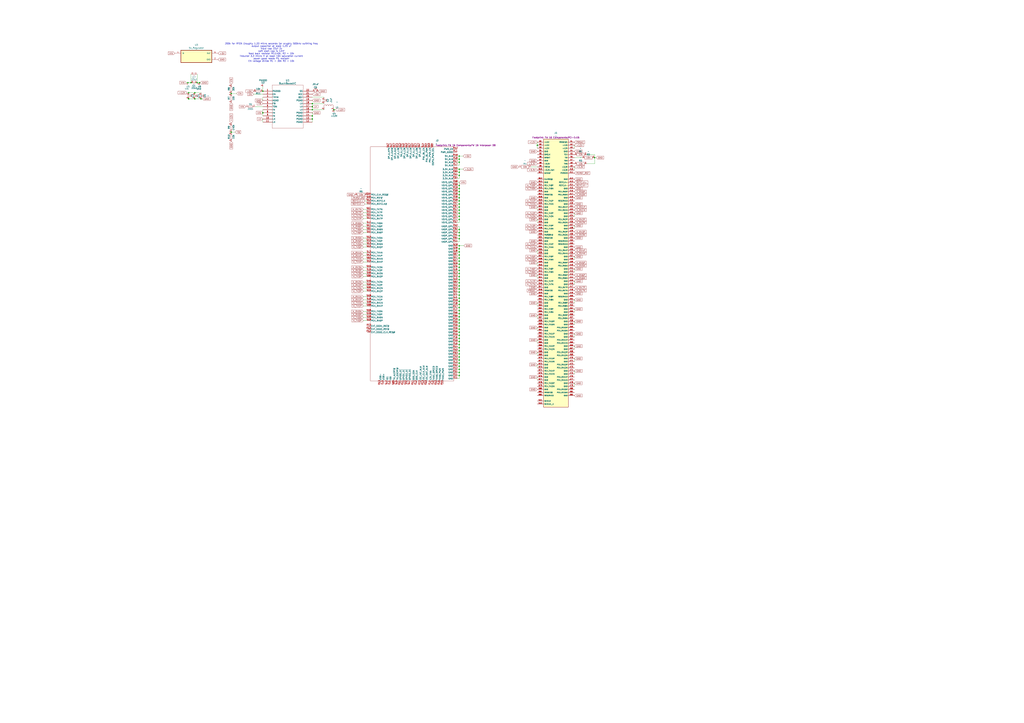
<source format=kicad_sch>
(kicad_sch (version 20231120) (generator "eeschema") (generator_version "8.0")
  (paper "A1")
  (lib_symbols
    (symbol "FW 16 Components:0603"
      (property "Reference" "R" (at 0 0 0))
      (symbol "0603_1_0"
        (pin passive line (at -3.81 1.27 0) (length 1.905) (name "") (number "1"))
        (pin passive line (at 3.81 1.27 180) (length 1.905) (name "") (number "2"))
      )
    )
    (symbol "FW 16 Components:10K"
      (property "Reference" "R" (at 0 0 0))
      (property "Footprint" "FW 16 Components:10k THT" (at 0 0 0) (show_name))
      (symbol "10K_1_0"
        (text "10k" (at 0 2.54 0) (effects (font (size 1.27 1.27))))
        (pin passive line (at -5.08 2.54 0) (length 2) (name "") (number "1"))
        (pin passive line (at 5.08 2.54 180) (length 2) (name "") (number "2"))
      )
    )
    (symbol "FW 16 Components:1210_capacitor"
      (property "Reference" "C" (at 0 0 0))
      (property "Footprint" "FW 16 Components:1210 capacitor" (at 0 0 0))
      (symbol "1210_capacitor_1_0"
        (text "1210\n" (at 0 3.81 0) (effects (font (size 0.5 0.5))))
        (pin passive line (at -2.54 1.905 0) (length 1.905) (name "") (number "1"))
        (pin passive line (at 2.54 1.905 180) (length 1.905) (name "") (number "2"))
      )
    )
    (symbol "FW 16 Components:22uf"
      (property "Reference" "C" (at 0 0 0))
      (property "Footprint" "FW 16 Components:22uf 25V" (at 0 0 0))
      (symbol "22uf_1_0"
        (pin passive line (at -2.54 1.905 0) (length 1.905) (name "") (number "1"))
        (pin passive line (at 2.54 1.905 180) (length 1.905) (name "") (number "2"))
      )
    )
    (symbol "FW 16 Components:3.3uH"
      (property "Reference" "L" (at 3.81 0 0))
      (symbol "3.3uH_1_0"
        (pin passive line (at -1.27 3.81 0) (length 1.905) (name "") (number "1"))
        (pin passive line (at -1.27 -3.81 0) (length 1.905) (name "") (number "2"))
      )
    )
    (symbol "FW 16 Components:5v_Regulator" (pin_names (offset 1.016))
      (property "Reference" "U" (at -12.7 6.08 0))
      (property "Value" "5v_Regulator" (at -12.7 -9.08 0))
      (symbol "5v_Regulator_0_0"
        (pin power_in line (at 17.78 -2.54 180) (length 5.08) (name "GND") (number "2"))
        (pin input line (at -17.78 2.54 0) (length 5.08) (name "IN") (number "4"))
        (pin output line (at 17.78 2.54 180) (length 5.08) (name "OUT") (number "5"))
      )
    )
    (symbol "FW 16 Components:AOZ2261AQI-15" (pin_names (offset 0.254))
      (property "Reference" "U" (at 20.32 10.16 0))
      (property "Value" "BuckBoostIC" (at 20.32 7.62 0))
      (symbol "AOZ2261AQI-15_0_1"
        (pin output line (at 0 0 0) (length 7.62) (name "PGOOD") (number "1"))
        (pin power_in line (at 0 -22.86 0) (length 7.62) (name "LX") (number "10"))
        (pin power_in line (at 0 -25.4 0) (length 7.62) (name "LX") (number "11"))
        (pin power_out line (at 40.64 -25.4 180) (length 7.62) (name "PGND") (number "12"))
        (pin power_out line (at 40.64 -22.86 180) (length 7.62) (name "PGND") (number "13"))
        (pin power_out line (at 40.64 -20.32 180) (length 7.62) (name "PGND") (number "14"))
        (pin power_out line (at 40.64 -17.78 180) (length 7.62) (name "PGND") (number "15"))
        (pin power_in line (at 40.64 -15.24 180) (length 7.62) (name "LX") (number "16"))
        (pin power_in line (at 40.64 -12.7 180) (length 7.62) (name "LX") (number "17"))
        (pin power_in line (at 40.64 -10.16 180) (length 7.62) (name "LX") (number "18"))
        (pin power_out line (at 40.64 -7.62 180) (length 7.62) (name "PGND") (number "19"))
        (pin input line (at 0 -2.54 0) (length 7.62) (name "EN") (number "2"))
        (pin power_in line (at 40.64 -5.08 180) (length 7.62) (name "BST") (number "20"))
        (pin power_in line (at 40.64 -2.54 180) (length 7.62) (name "VCC") (number "21"))
        (pin input line (at 40.64 0 180) (length 7.62) (name "SS") (number "22"))
        (pin input line (at 0 -5.08 0) (length 7.62) (name "*PFM") (number "3"))
        (pin power_out line (at 0 -7.62 0) (length 7.62) (name "AGND") (number "4"))
        (pin input line (at 0 -10.16 0) (length 7.62) (name "FB") (number "5"))
        (pin input line (at 0 -12.7 0) (length 7.62) (name "TON") (number "6"))
        (pin power_in line (at 0 -15.24 0) (length 7.62) (name "IN") (number "7"))
        (pin power_in line (at 0 -17.78 0) (length 7.62) (name "IN") (number "8"))
        (pin power_in line (at 0 -20.32 0) (length 7.62) (name "IN") (number "9"))
      )
    )
    (symbol "FW 16 Components:Interposer_DB_"
      (property "Reference" "J" (at 0 -1.27 0))
      (property "Footprint" "FW 16 Components:FW 16 Interposer DB" (at -28.575 1.27 90) (show_name))
      (symbol "Interposer_DB__1_1"
        (pin bidirectional line (at 36.195 123.825 180) (length 2.54) (name "VADP_GPU") (number "PA1"))
        (pin bidirectional line (at 36.195 131.445 180) (length 2.54) (name "VADP_GPU") (number "PA2"))
        (pin bidirectional line (at 36.195 29.21 180) (length 2.54) (name "GND") (number "PA3"))
        (pin bidirectional line (at 36.195 173.355 180) (length 2.54) (name "3.3V_ALW") (number "PA4"))
        (pin bidirectional line (at 36.195 178.435 180) (length 2.54) (name "3.3V_ALW") (number "PA5"))
        (pin bidirectional line (at 36.195 59.69 180) (length 2.54) (name "GND") (number "PA6"))
        (pin bidirectional line (at 36.195 149.86 180) (length 2.54) (name "VSYS_GPU") (number "PA7"))
        (pin bidirectional line (at 36.195 167.64 180) (length 2.54) (name "VSYS_GPU") (number "PA8"))
        (pin bidirectional line (at 36.195 121.285 180) (length 2.54) (name "VADP_GPU") (number "PB1"))
        (pin bidirectional line (at 36.195 128.905 180) (length 2.54) (name "VADP_GPU") (number "PB2"))
        (pin bidirectional line (at 36.195 26.67 180) (length 2.54) (name "GND") (number "PB3"))
        (pin bidirectional line (at 36.195 170.815 180) (length 2.54) (name "3.3V_ALW") (number "PB4"))
        (pin bidirectional line (at 36.195 175.895 180) (length 2.54) (name "3.3V_ALW") (number "PB5"))
        (pin bidirectional line (at 36.195 57.15 180) (length 2.54) (name "GND") (number "PB6"))
        (pin bidirectional line (at 36.195 147.32 180) (length 2.54) (name "VSYS_GPU") (number "PB7"))
        (pin bidirectional line (at 36.195 165.1 180) (length 2.54) (name "VSYS_GPU") (number "PB8"))
        (pin bidirectional line (at 36.195 118.745 180) (length 2.54) (name "VADP_GPU") (number "PC1"))
        (pin bidirectional line (at 36.195 126.365 180) (length 2.54) (name "VADP_GPU") (number "PC2"))
        (pin bidirectional line (at 8.89 1.905 90) (length 2.54) (name "I2C_CLK_ALW") (number "PC3"))
        (pin bidirectional line (at 36.195 54.61 180) (length 2.54) (name "GND") (number "PC6"))
        (pin bidirectional line (at 36.195 144.78 180) (length 2.54) (name "VSYS_GPU") (number "PC7"))
        (pin bidirectional line (at 36.195 162.56 180) (length 2.54) (name "VSYS_GPU") (number "PC8"))
        (pin bidirectional line (at 36.195 11.43 180) (length 2.54) (name "GND") (number "PD1"))
        (pin bidirectional line (at 36.195 16.51 180) (length 2.54) (name "GND") (number "PD2"))
        (pin bidirectional line (at 11.43 1.905 90) (length 2.54) (name "I2C_DAT_ALW") (number "PD3"))
        (pin bidirectional line (at 36.195 52.07 180) (length 2.54) (name "GND") (number "PD6"))
        (pin bidirectional line (at 36.195 142.24 180) (length 2.54) (name "VSYS_GPU") (number "PD7"))
        (pin bidirectional line (at 36.195 160.02 180) (length 2.54) (name "VSYS_GPU") (number "PD8"))
        (pin bidirectional line (at 36.195 8.89 180) (length 2.54) (name "GND") (number "PE1"))
        (pin bidirectional line (at 36.195 13.97 180) (length 2.54) (name "GND") (number "PE2"))
        (pin bidirectional line (at 36.195 24.13 180) (length 2.54) (name "GND") (number "PE3"))
        (pin bidirectional line (at 36.195 49.53 180) (length 2.54) (name "GND") (number "PE6"))
        (pin bidirectional line (at 36.195 139.7 180) (length 2.54) (name "VSYS_GPU") (number "PE7"))
        (pin bidirectional line (at 36.195 157.48 180) (length 2.54) (name "VSYS_GPU") (number "PE8"))
        (pin bidirectional line (at 36.195 6.35 180) (length 2.54) (name "GND") (number "PF1"))
        (pin bidirectional line (at 6.35 1.905 90) (length 2.54) (name "I2C_INT_ALW") (number "PF2"))
        (pin bidirectional line (at -37.465 49.53 0) (length 2.54) (name "EXT_SSD1_RST#") (number "PF3"))
        (pin bidirectional line (at 36.195 46.99 180) (length 2.54) (name "GND") (number "PF6"))
        (pin bidirectional line (at 36.195 137.16 180) (length 2.54) (name "VSYS_GPU") (number "PF7"))
        (pin bidirectional line (at 36.195 154.94 180) (length 2.54) (name "VSYS_GPU") (number "PF8"))
        (pin bidirectional line (at -10.16 1.905 90) (length 2.54) (name "GPIO0_EC") (number "PG1"))
        (pin bidirectional line (at -37.465 44.45 0) (length 2.54) (name "EXT_SSD2_CLK_REQ#") (number "PG2"))
        (pin bidirectional line (at -37.465 46.99 0) (length 2.54) (name "EXT_SSD2_RST#") (number "PG3"))
        (pin bidirectional line (at 36.195 44.45 180) (length 2.54) (name "GND") (number "PG6"))
        (pin bidirectional line (at 36.195 134.62 180) (length 2.54) (name "VSYS_GPU") (number "PG7"))
        (pin bidirectional line (at 36.195 152.4 180) (length 2.54) (name "VSYS_GPU") (number "PG8"))
        (pin bidirectional line (at -7.62 1.905 90) (length 2.54) (name "GPIO1_EC") (number "PH1"))
        (pin bidirectional line (at 19.685 1.905 90) (length 2.54) (name "FAN0_SPEED") (number "PH2"))
        (pin bidirectional line (at 36.195 21.59 180) (length 2.54) (name "GND") (number "PH3"))
        (pin bidirectional line (at 36.195 41.91 180) (length 2.54) (name "GND") (number "PH6"))
        (pin bidirectional line (at 36.195 64.77 180) (length 2.54) (name "GND") (number "PH7"))
        (pin bidirectional line (at 36.195 69.85 180) (length 2.54) (name "GND") (number "PH8"))
        (pin output line (at -18.415 1.905 90) (length 2.54) (name "ID0") (number "PJ1"))
        (pin bidirectional line (at 17.145 1.905 90) (length 2.54) (name "FAN1_SPEED") (number "PJ2"))
        (pin bidirectional line (at -24.13 1.905 90) (length 2.54) (name "USB+") (number "PJ3"))
        (pin bidirectional line (at 36.195 39.37 180) (length 2.54) (name "GND") (number "PJ6"))
        (pin bidirectional line (at 36.195 62.23 180) (length 2.54) (name "GND") (number "PJ7"))
        (pin bidirectional line (at 36.195 67.31 180) (length 2.54) (name "GND") (number "PJ8"))
        (pin bidirectional line (at 0.635 1.905 90) (length 2.54) (name "DDS_SDA") (number "PK1"))
        (pin bidirectional line (at 36.195 194.945 180) (length 2.54) (name "PWR_EN") (number "PK2"))
        (pin bidirectional line (at -26.67 1.905 90) (length 2.54) (name "USB-") (number "PK3"))
        (pin bidirectional line (at 36.195 31.75 180) (length 2.54) (name "GND") (number "PK4"))
        (pin bidirectional line (at 24.765 1.905 90) (length 2.54) (name "FAN1_PWM") (number "PK5"))
        (pin bidirectional line (at 36.195 36.83 180) (length 2.54) (name "GND") (number "PK6"))
        (pin bidirectional line (at 36.195 184.15 180) (length 2.54) (name "5V_ALW") (number "PK7"))
        (pin bidirectional line (at 36.195 189.23 180) (length 2.54) (name "5V_ALW") (number "PK8"))
        (pin bidirectional line (at 36.195 192.405 180) (length 2.54) (name "PWR_GOOD") (number "PL1"))
        (pin bidirectional line (at 3.175 1.905 90) (length 2.54) (name "DDS_CLK") (number "PL2"))
        (pin bidirectional line (at 36.195 19.05 180) (length 2.54) (name "GND") (number "PL3"))
        (pin bidirectional line (at 14.605 1.905 90) (length 2.54) (name "12V_FAN") (number "PL4"))
        (pin bidirectional line (at 22.225 1.905 90) (length 2.54) (name "FAN0_PWM") (number "PL5"))
        (pin bidirectional line (at 36.195 34.29 180) (length 2.54) (name "GND") (number "PL6"))
        (pin bidirectional line (at 36.195 181.61 180) (length 2.54) (name "5V_ALW") (number "PL7"))
        (pin bidirectional line (at 36.195 186.69 180) (length 2.54) (name "5V_ALW") (number "PL8"))
        (pin bidirectional line (at -37.465 126.365 0) (length 2.54) (name "PEX_RX6P") (number "SA1"))
        (pin bidirectional line (at -5.08 1.905 90) (length 2.54) (name "GPIO2_EC") (number "SA2"))
        (pin bidirectional line (at -37.465 102.235 0) (length 2.54) (name "PEX_RX4P") (number "SA3"))
        (pin bidirectional line (at -37.465 157.48 0) (length 2.54) (name "PEX_CLK_REQ#") (number "SA4"))
        (pin bidirectional line (at -37.465 154.94 0) (length 2.54) (name "PEX_RST#") (number "SA5"))
        (pin bidirectional line (at -37.465 92.71 0) (length 2.54) (name "PEX_RX3N") (number "SA6"))
        (pin bidirectional line (at -19.685 199.39 270) (length 2.54) (name "DP_A_HPD") (number "SA7"))
        (pin bidirectional line (at -37.465 68.58 0) (length 2.54) (name "PEX_RX1N") (number "SA8"))
        (pin bidirectional line (at -37.465 128.905 0) (length 2.54) (name "PEX_RX6N") (number "SB1"))
        (pin bidirectional line (at 36.195 85.09 180) (length 2.54) (name "GND") (number "SB2"))
        (pin bidirectional line (at -37.465 104.775 0) (length 2.54) (name "PEX_RX4N") (number "SB3"))
        (pin bidirectional line (at 16.51 199.39 270) (length 2.54) (name "DGPU_PWM_SEL") (number "SB4"))
        (pin bidirectional line (at -15.24 1.905 90) (length 2.54) (name "TH_ALERT#") (number "SB5"))
        (pin bidirectional line (at -37.465 90.17 0) (length 2.54) (name "PEX_RX3P") (number "SB6"))
        (pin bidirectional line (at 36.195 107.95 180) (length 2.54) (name "GND") (number "SB7"))
        (pin bidirectional line (at -37.465 66.04 0) (length 2.54) (name "PEX_RX1P") (number "SB8"))
        (pin bidirectional line (at 36.195 77.47 180) (length 2.54) (name "GND") (number "SC1"))
        (pin bidirectional line (at -37.465 152.4 0) (length 2.54) (name "PEX_REFCLK") (number "SC2"))
        (pin bidirectional line (at 36.195 92.71 180) (length 2.54) (name "GND") (number "SC3"))
        (pin bidirectional line (at 36.195 100.33 180) (length 2.54) (name "GND") (number "SC6"))
        (pin bidirectional line (at -1.905 199.39 270) (length 2.54) (name "DP_A_L1#") (number "SC7"))
        (pin bidirectional line (at 36.195 115.57 180) (length 2.54) (name "GND") (number "SC8"))
        (pin bidirectional line (at -37.465 140.335 0) (length 2.54) (name "PEX_RX7N") (number "SD1"))
        (pin bidirectional line (at -37.465 149.86 0) (length 2.54) (name "PEX_REFCLK#") (number "SD2"))
        (pin bidirectional line (at -37.465 114.3 0) (length 2.54) (name "PEX_RX5P") (number "SD3"))
        (pin bidirectional line (at -37.465 80.645 0) (length 2.54) (name "PEX_RX2N") (number "SD6"))
        (pin bidirectional line (at 0.635 199.39 270) (length 2.54) (name "DP_A_L1") (number "SD7"))
        (pin bidirectional line (at -37.465 56.515 0) (length 2.54) (name "PEX_RX0N") (number "SD8"))
        (pin bidirectional line (at -37.465 137.795 0) (length 2.54) (name "PEX_RX7P") (number "SE1"))
        (pin bidirectional line (at 36.195 82.55 180) (length 2.54) (name "GND") (number "SE2"))
        (pin bidirectional line (at -37.465 116.84 0) (length 2.54) (name "PEX_RX5N") (number "SE3"))
        (pin bidirectional line (at -37.465 78.105 0) (length 2.54) (name "PEX_RX2P") (number "SE6"))
        (pin bidirectional line (at 36.195 105.41 180) (length 2.54) (name "GND") (number "SE7"))
        (pin bidirectional line (at -37.465 53.975 0) (length 2.54) (name "PEX_RX0P") (number "SE8"))
        (pin bidirectional line (at 36.195 74.93 180) (length 2.54) (name "GND") (number "SF1"))
        (pin bidirectional line (at -12.065 199.39 270) (length 2.54) (name "DP_A_L3#") (number "SF2"))
        (pin bidirectional line (at 36.195 90.17 180) (length 2.54) (name "GND") (number "SF3"))
        (pin bidirectional line (at 36.195 97.79 180) (length 2.54) (name "GND") (number "SF6"))
        (pin bidirectional line (at 3.175 199.39 270) (length 2.54) (name "DP_A_L0#") (number "SF7"))
        (pin bidirectional line (at 36.195 113.03 180) (length 2.54) (name "GND") (number "SF8"))
        (pin bidirectional line (at -37.465 145.415 0) (length 2.54) (name "PEX_TX7N") (number "SG1"))
        (pin bidirectional line (at -9.525 199.39 270) (length 2.54) (name "DA_A_L3") (number "SG2"))
        (pin bidirectional line (at -37.465 121.92 0) (length 2.54) (name "PEX_TX5N") (number "SG3"))
        (pin bidirectional line (at -37.465 83.185 0) (length 2.54) (name "PEX_TX2P") (number "SG6"))
        (pin bidirectional line (at 5.715 199.39 270) (length 2.54) (name "DP_A_L0") (number "SG7"))
        (pin bidirectional line (at -37.465 61.595 0) (length 2.54) (name "PEX_TX0N") (number "SG8"))
        (pin bidirectional line (at -37.465 142.875 0) (length 2.54) (name "PEX_TX7P") (number "SH1"))
        (pin bidirectional line (at 36.195 80.01 180) (length 2.54) (name "GND") (number "SH2"))
        (pin bidirectional line (at -37.465 119.38 0) (length 2.54) (name "PEX_TX5P") (number "SH3"))
        (pin bidirectional line (at -37.465 85.725 0) (length 2.54) (name "PEX_TX2N") (number "SH6"))
        (pin bidirectional line (at 36.195 102.87 180) (length 2.54) (name "GND") (number "SH7"))
        (pin bidirectional line (at -37.465 59.055 0) (length 2.54) (name "PEX_TX0P") (number "SH8"))
        (pin output line (at 36.195 72.39 180) (length 2.54) (name "GND") (number "SJ1"))
        (pin bidirectional line (at -6.985 199.39 270) (length 2.54) (name "DP_A_L2#") (number "SJ2"))
        (pin bidirectional line (at 36.195 87.63 180) (length 2.54) (name "GND") (number "SJ3"))
        (pin bidirectional line (at 36.195 95.25 180) (length 2.54) (name "GND") (number "SJ6"))
        (pin bidirectional line (at -17.145 199.39 270) (length 2.54) (name "DP_A_AUX#") (number "SJ7"))
        (pin bidirectional line (at 36.195 110.49 180) (length 2.54) (name "GND") (number "SJ8"))
        (pin bidirectional line (at -37.465 131.445 0) (length 2.54) (name "PEX_TX6P") (number "SK1"))
        (pin bidirectional line (at -4.445 199.39 270) (length 2.54) (name "DP_A_L2") (number "SK2"))
        (pin bidirectional line (at -37.465 107.315 0) (length 2.54) (name "PEX_TX4P") (number "SK3"))
        (pin bidirectional line (at 11.43 199.39 270) (length 2.54) (name "PNL_BL_PWM") (number "SK4"))
        (pin bidirectional line (at 13.97 199.39 270) (length 2.54) (name "PNL_PWM_EN") (number "SK5"))
        (pin bidirectional line (at -37.465 97.79 0) (length 2.54) (name "PEX_TX3N") (number "SK6"))
        (pin bidirectional line (at -14.605 199.39 270) (length 2.54) (name "DP_A_AUX") (number "SK7"))
        (pin bidirectional line (at -37.465 73.66 0) (length 2.54) (name "PEX_TX1N") (number "SK8"))
        (pin bidirectional line (at -37.465 133.985 0) (length 2.54) (name "PEX_TX6N") (number "SL1"))
        (pin bidirectional line (at -20.955 1.905 90) (length 2.54) (name "ID1") (number "SL2"))
        (pin bidirectional line (at -37.465 109.855 0) (length 2.54) (name "PEX_TX4N") (number "SL3"))
        (pin bidirectional line (at 8.89 199.39 270) (length 2.54) (name "PNL_BL_EN") (number "SL4"))
        (pin bidirectional line (at -12.7 1.905 90) (length 2.54) (name "TH_OVERT#") (number "SL5"))
        (pin bidirectional line (at -37.465 95.25 0) (length 2.54) (name "PEX_TX3P") (number "SL6"))
        (pin bidirectional line (at -2.54 1.905 90) (length 2.54) (name "GPIO3_EC") (number "SL7"))
        (pin bidirectional line (at -37.465 71.12 0) (length 2.54) (name "PEX_TX1P") (number "SL8"))
      )
    )
    (symbol "FW 16 Components:PAD"
      (property "Reference" "U" (at 0 0 0))
      (property "Footprint" "FW 16 Components:PAD" (at 0 0 0))
      (symbol "PAD_1_0"
        (pin passive line (at 0 1.27 0) (length 2) (name "") (number "1"))
      )
    )
    (symbol "FW 16 Components:PCI-Ex16"
      (property "Reference" "J" (at 0 0 0))
      (symbol "PCI-Ex16_1_0"
        (pin passive line (at 15.875 219.71 180) (length 5.08) (name "PRNST#1") (number "A1"))
        (pin passive line (at 15.875 196.85 180) (length 5.08) (name "+3.3V") (number "A10"))
        (pin passive line (at 15.875 194.31 180) (length 5.08) (name "PERST#") (number "A11"))
        (pin passive line (at 15.875 189.23 180) (length 5.08) (name "GND") (number "A12"))
        (pin passive line (at 15.875 186.69 180) (length 5.08) (name "REFCLK+") (number "A13"))
        (pin passive line (at 15.875 184.15 180) (length 5.08) (name "REFCLK-") (number "A14"))
        (pin passive line (at 15.875 181.61 180) (length 5.08) (name "GND") (number "A15"))
        (pin passive line (at 15.875 179.07 180) (length 5.08) (name "PEX_RX0P") (number "A16"))
        (pin passive line (at 15.875 176.53 180) (length 5.08) (name "PEX_RX0N") (number "A17"))
        (pin passive line (at 15.875 173.99 180) (length 5.08) (name "GND") (number "A18"))
        (pin passive line (at 15.875 171.45 180) (length 5.08) (name "RESERVED") (number "A19"))
        (pin passive line (at 15.875 217.17 180) (length 5.08) (name "+12V") (number "A2"))
        (pin passive line (at 15.875 168.91 180) (length 5.08) (name "GND") (number "A20"))
        (pin passive line (at 15.875 166.37 180) (length 5.08) (name "PEX_RX1P") (number "A21"))
        (pin passive line (at 15.875 163.83 180) (length 5.08) (name "PEX_RX1N") (number "A22"))
        (pin passive line (at 15.875 161.29 180) (length 5.08) (name "GND") (number "A23"))
        (pin passive line (at 15.875 158.75 180) (length 5.08) (name "GND") (number "A24"))
        (pin passive line (at 15.875 156.21 180) (length 5.08) (name "PEX_RX2P") (number "A25"))
        (pin passive line (at 15.875 153.67 180) (length 5.08) (name "PEX_RX2N") (number "A26"))
        (pin passive line (at 15.875 151.13 180) (length 5.08) (name "GND") (number "A27"))
        (pin passive line (at 15.875 148.59 180) (length 5.08) (name "GND") (number "A28"))
        (pin passive line (at 15.875 146.05 180) (length 5.08) (name "PEX_RX3P") (number "A29"))
        (pin passive line (at 15.875 214.63 180) (length 5.08) (name "+12V") (number "A3"))
        (pin passive line (at 15.875 143.51 180) (length 5.08) (name "PEX_RX3N") (number "A30"))
        (pin passive line (at 15.875 140.97 180) (length 5.08) (name "GND") (number "A31"))
        (pin passive line (at 15.875 138.43 180) (length 5.08) (name "RESERVED") (number "A32"))
        (pin passive line (at 15.875 135.89 180) (length 5.08) (name "RESERVED") (number "A33"))
        (pin passive line (at 15.875 133.35 180) (length 5.08) (name "GND") (number "A34"))
        (pin passive line (at 15.875 130.81 180) (length 5.08) (name "PEX_RX4P") (number "A35"))
        (pin passive line (at 15.875 128.27 180) (length 5.08) (name "PEX_RX4N") (number "A36"))
        (pin passive line (at 15.875 125.73 180) (length 5.08) (name "GND") (number "A37"))
        (pin passive line (at 15.875 123.19 180) (length 5.08) (name "GND") (number "A38"))
        (pin passive line (at 15.875 120.65 180) (length 5.08) (name "PEX_RX5P") (number "A39"))
        (pin passive line (at 15.875 212.09 180) (length 5.08) (name "GND") (number "A4"))
        (pin passive line (at 15.875 118.11 180) (length 5.08) (name "PEX_RX5N") (number "A40"))
        (pin passive line (at 15.875 115.57 180) (length 5.08) (name "GND") (number "A41"))
        (pin passive line (at 15.875 113.03 180) (length 5.08) (name "GND") (number "A42"))
        (pin passive line (at 15.875 110.49 180) (length 5.08) (name "PEX_RX6P") (number "A43"))
        (pin passive line (at 15.875 107.95 180) (length 5.08) (name "PEX_RX6N") (number "A44"))
        (pin passive line (at 15.875 105.41 180) (length 5.08) (name "GND") (number "A45"))
        (pin passive line (at 15.875 102.87 180) (length 5.08) (name "GND") (number "A46"))
        (pin passive line (at 15.875 100.33 180) (length 5.08) (name "PEX_RX7P") (number "A47"))
        (pin passive line (at 15.875 97.79 180) (length 5.08) (name "PEX_RX7N") (number "A48"))
        (pin passive line (at 15.875 95.25 180) (length 5.08) (name "GND") (number "A49"))
        (pin passive line (at 15.875 209.55 180) (length 5.08) (name "TCK") (number "A5"))
        (pin passive line (at 15.875 92.71 180) (length 5.08) (name "RESERVED") (number "A50"))
        (pin passive line (at 15.875 90.17 180) (length 5.08) (name "GND") (number "A51"))
        (pin passive line (at 15.875 87.63 180) (length 5.08) (name "PEX_RX8P") (number "A52"))
        (pin passive line (at 15.875 85.09 180) (length 5.08) (name "PEX_RX8N") (number "A53"))
        (pin passive line (at 15.875 82.55 180) (length 5.08) (name "GND") (number "A54"))
        (pin passive line (at 15.875 80.01 180) (length 5.08) (name "GND") (number "A55"))
        (pin passive line (at 15.875 77.47 180) (length 5.08) (name "PEX_RX9P") (number "A56"))
        (pin passive line (at 15.875 74.93 180) (length 5.08) (name "PEX_RX9N") (number "A57"))
        (pin passive line (at 15.875 72.39 180) (length 5.08) (name "GND") (number "A58"))
        (pin passive line (at 15.875 69.85 180) (length 5.08) (name "GND") (number "A59"))
        (pin passive line (at 15.875 207.01 180) (length 5.08) (name "TDI") (number "A6"))
        (pin passive line (at 15.875 67.31 180) (length 5.08) (name "PEX_RX10P") (number "A60"))
        (pin passive line (at 15.875 64.77 180) (length 5.08) (name "PEX_RX10N") (number "A61"))
        (pin passive line (at 15.875 62.23 180) (length 5.08) (name "GND") (number "A62"))
        (pin passive line (at 15.875 59.69 180) (length 5.08) (name "GND") (number "A63"))
        (pin passive line (at 15.875 57.15 180) (length 5.08) (name "PEX_RX11P") (number "A64"))
        (pin passive line (at 15.875 54.61 180) (length 5.08) (name "PEX_RX11N") (number "A65"))
        (pin passive line (at 15.875 52.07 180) (length 5.08) (name "GND") (number "A66"))
        (pin passive line (at 15.875 49.53 180) (length 5.08) (name "GND") (number "A67"))
        (pin passive line (at 15.875 46.99 180) (length 5.08) (name "PEX_RX12P") (number "A68"))
        (pin passive line (at 15.875 44.45 180) (length 5.08) (name "PEX_RX12N") (number "A69"))
        (pin passive line (at 15.875 204.47 180) (length 5.08) (name "TDO") (number "A7"))
        (pin passive line (at 15.875 41.91 180) (length 5.08) (name "GND") (number "A70"))
        (pin passive line (at 15.875 39.37 180) (length 5.08) (name "GND") (number "A71"))
        (pin passive line (at 15.875 36.83 180) (length 5.08) (name "PEX_RX13P") (number "A72"))
        (pin passive line (at 15.875 34.29 180) (length 5.08) (name "PEX_RX13N") (number "A73"))
        (pin passive line (at 15.875 31.75 180) (length 5.08) (name "GND") (number "A74"))
        (pin passive line (at 15.875 29.21 180) (length 5.08) (name "GND") (number "A75"))
        (pin passive line (at 15.875 26.67 180) (length 5.08) (name "PEX_RX14P") (number "A76"))
        (pin passive line (at 15.875 24.13 180) (length 5.08) (name "PEX_RX14N") (number "A77"))
        (pin passive line (at 15.875 21.59 180) (length 5.08) (name "GND") (number "A78"))
        (pin passive line (at 15.875 19.05 180) (length 5.08) (name "GND") (number "A79"))
        (pin passive line (at 15.875 201.93 180) (length 5.08) (name "TMS") (number "A8"))
        (pin passive line (at 15.875 16.51 180) (length 5.08) (name "PEX_RX15P") (number "A80"))
        (pin passive line (at 15.875 13.97 180) (length 5.08) (name "PEX_RX15N") (number "A81"))
        (pin passive line (at 15.875 11.43 180) (length 5.08) (name "GND") (number "A82"))
        (pin passive line (at 15.875 199.39 180) (length 5.08) (name "+3.3V") (number "A9"))
        (pin passive line (at -14.605 219.71 0) (length 5.08) (name "+12V") (number "B1"))
        (pin passive line (at -14.605 196.85 0) (length 5.08) (name "+3.3V_AUX") (number "B10"))
        (pin passive line (at -14.605 194.31 0) (length 5.08) (name "WAKE#") (number "B11"))
        (pin passive line (at -14.605 189.23 0) (length 5.08) (name "CLKREQ#") (number "B12"))
        (pin passive line (at -14.605 186.69 0) (length 5.08) (name "GND") (number "B13"))
        (pin passive line (at -14.605 184.15 0) (length 5.08) (name "PEX_TX0P") (number "B14"))
        (pin passive line (at -14.605 181.61 0) (length 5.08) (name "PEX_TX0N") (number "B15"))
        (pin passive line (at -14.605 179.07 0) (length 5.08) (name "GND") (number "B16"))
        (pin passive line (at -14.605 176.53 0) (length 5.08) (name "PRSNT2#") (number "B17"))
        (pin passive line (at -14.605 173.99 0) (length 5.08) (name "GND") (number "B18"))
        (pin passive line (at -14.605 171.45 0) (length 5.08) (name "PEX_TX1P") (number "B19"))
        (pin passive line (at -14.605 217.17 0) (length 5.08) (name "+12V") (number "B2"))
        (pin passive line (at -14.605 168.91 0) (length 5.08) (name "PEX_TX1N") (number "B20"))
        (pin passive line (at -14.605 166.37 0) (length 5.08) (name "GND") (number "B21"))
        (pin passive line (at -14.605 163.83 0) (length 5.08) (name "GND") (number "B22"))
        (pin passive line (at -14.605 161.29 0) (length 5.08) (name "PEX_TX2P") (number "B23"))
        (pin passive line (at -14.605 158.75 0) (length 5.08) (name "PEX_TX2N") (number "B24"))
        (pin passive line (at -14.605 156.21 0) (length 5.08) (name "GND") (number "B25"))
        (pin passive line (at -14.605 153.67 0) (length 5.08) (name "GND") (number "B26"))
        (pin passive line (at -14.605 151.13 0) (length 5.08) (name "PEX_TX3P") (number "B27"))
        (pin passive line (at -14.605 148.59 0) (length 5.08) (name "PEX_TX3N") (number "B28"))
        (pin passive line (at -14.605 146.05 0) (length 5.08) (name "GND") (number "B29"))
        (pin passive line (at -14.605 214.63 0) (length 5.08) (name "+12V") (number "B3"))
        (pin passive line (at -14.605 143.51 0) (length 5.08) (name "PWRBRK#") (number "B30"))
        (pin passive line (at -14.605 140.97 0) (length 5.08) (name "PRSNT2#") (number "B31"))
        (pin passive line (at -14.605 138.43 0) (length 5.08) (name "GND") (number "B32"))
        (pin passive line (at -14.605 135.89 0) (length 5.08) (name "PEX_TX4P") (number "B33"))
        (pin passive line (at -14.605 133.35 0) (length 5.08) (name "PEX_TX4N") (number "B34"))
        (pin passive line (at -14.605 130.81 0) (length 5.08) (name "GND") (number "B35"))
        (pin passive line (at -14.605 128.27 0) (length 5.08) (name "GND") (number "B36"))
        (pin passive line (at -14.605 125.73 0) (length 5.08) (name "PEX_TX5P") (number "B37"))
        (pin passive line (at -14.605 123.19 0) (length 5.08) (name "PEX_TX5N") (number "B38"))
        (pin passive line (at -14.605 120.65 0) (length 5.08) (name "GND") (number "B39"))
        (pin passive line (at -14.605 212.09 0) (length 5.08) (name "GND") (number "B4"))
        (pin passive line (at -14.605 118.11 0) (length 5.08) (name "GND") (number "B40"))
        (pin passive line (at -14.605 115.57 0) (length 5.08) (name "PEX_TX6P") (number "B41"))
        (pin passive line (at -14.605 113.03 0) (length 5.08) (name "PEX_TX6N") (number "B42"))
        (pin passive line (at -14.605 110.49 0) (length 5.08) (name "GND") (number "B43"))
        (pin passive line (at -14.605 107.95 0) (length 5.08) (name "GND") (number "B44"))
        (pin passive line (at -14.605 105.41 0) (length 5.08) (name "PEX_TX7P") (number "B45"))
        (pin passive line (at -14.605 102.87 0) (length 5.08) (name "PEX_TX7N") (number "B46"))
        (pin passive line (at -14.605 100.33 0) (length 5.08) (name "GND") (number "B47"))
        (pin passive line (at -14.605 97.79 0) (length 5.08) (name "PRSNT2#") (number "B48"))
        (pin passive line (at -14.605 95.25 0) (length 5.08) (name "GND") (number "B49"))
        (pin passive line (at -14.605 209.55 0) (length 5.08) (name "SMCLK") (number "B5"))
        (pin passive line (at -14.605 92.71 0) (length 5.08) (name "PEX_TX8P") (number "B50"))
        (pin passive line (at -14.605 90.17 0) (length 5.08) (name "PEX_TX8N") (number "B51"))
        (pin passive line (at -14.605 87.63 0) (length 5.08) (name "GND") (number "B52"))
        (pin passive line (at -14.605 85.09 0) (length 5.08) (name "GND") (number "B53"))
        (pin passive line (at -14.605 82.55 0) (length 5.08) (name "PEX_TX9P") (number "B54"))
        (pin passive line (at -14.605 80.01 0) (length 5.08) (name "PEX_TX9N") (number "B55"))
        (pin passive line (at -14.605 77.47 0) (length 5.08) (name "GND") (number "B56"))
        (pin passive line (at -14.605 74.93 0) (length 5.08) (name "GND") (number "B57"))
        (pin passive line (at -14.605 72.39 0) (length 5.08) (name "PEX_TX10P") (number "B58"))
        (pin passive line (at -14.605 69.85 0) (length 5.08) (name "PEX_TX10N") (number "B59"))
        (pin passive line (at -14.605 207.01 0) (length 5.08) (name "SMDAT") (number "B6"))
        (pin passive line (at -14.605 67.31 0) (length 5.08) (name "GND") (number "B60"))
        (pin passive line (at -14.605 64.77 0) (length 5.08) (name "GND") (number "B61"))
        (pin passive line (at -14.605 62.23 0) (length 5.08) (name "PEX_TX11P") (number "B62"))
        (pin passive line (at -14.605 59.69 0) (length 5.08) (name "PEX_TX11N") (number "B63"))
        (pin passive line (at -14.605 57.15 0) (length 5.08) (name "GND") (number "B64"))
        (pin passive line (at -14.605 54.61 0) (length 5.08) (name "GND") (number "B65"))
        (pin passive line (at -14.605 52.07 0) (length 5.08) (name "PEX_TX12P") (number "B66"))
        (pin passive line (at -14.605 49.53 0) (length 5.08) (name "PEX_TX12N") (number "B67"))
        (pin passive line (at -14.605 46.99 0) (length 5.08) (name "GND") (number "B68"))
        (pin passive line (at -14.605 44.45 0) (length 5.08) (name "GND") (number "B69"))
        (pin passive line (at -14.605 204.47 0) (length 5.08) (name "GND") (number "B7"))
        (pin passive line (at -14.605 41.91 0) (length 5.08) (name "PEX_TX13P") (number "B70"))
        (pin passive line (at -14.605 39.37 0) (length 5.08) (name "PEX_TX13N") (number "B71"))
        (pin passive line (at -14.605 36.83 0) (length 5.08) (name "GND") (number "B72"))
        (pin passive line (at -14.605 34.29 0) (length 5.08) (name "GND") (number "B73"))
        (pin passive line (at -14.605 31.75 0) (length 5.08) (name "PEX_TX14P") (number "B74"))
        (pin passive line (at -14.605 29.21 0) (length 5.08) (name "PEX_TX14N") (number "B75"))
        (pin passive line (at -14.605 26.67 0) (length 5.08) (name "GND") (number "B76"))
        (pin passive line (at -14.605 24.13 0) (length 5.08) (name "GND") (number "B77"))
        (pin passive line (at -14.605 21.59 0) (length 5.08) (name "PEX_TX15P") (number "B78"))
        (pin passive line (at -14.605 19.05 0) (length 5.08) (name "PEX_TX15N") (number "B79"))
        (pin passive line (at -14.605 201.93 0) (length 5.08) (name "+3.3V") (number "B8"))
        (pin passive line (at -14.605 16.51 0) (length 5.08) (name "GND") (number "B80"))
        (pin passive line (at -14.605 13.97 0) (length 5.08) (name "PRNST2#") (number "B81"))
        (pin passive line (at -14.605 11.43 0) (length 5.08) (name "RESERVED") (number "B82"))
        (pin passive line (at -14.605 199.39 0) (length 5.08) (name "TRST#") (number "B9"))
        (pin passive line (at -14.605 6.985 0) (length 5.08) (name "SHIELD") (number "SH1"))
        (pin passive line (at -14.605 4.445 0) (length 5.08) (name "SHIELD__1") (number "SH2"))
      )
    )
  )
  (junction (at 377.19 180.34))
  (junction (at 377.19 157.48))
  (junction (at 377.19 165.1))
  (junction (at 377.19 130.81))
  (junction (at 377.19 212.09))
  (junction (at 215.9 92.71))
  (junction (at 154.94 76.2))
  (junction (at 377.19 278.13))
  (junction (at 377.19 240.03))
  (junction (at 377.19 252.73))
  (junction (at 377.19 139.065))
  (junction (at 256.54 95.25))
  (junction (at 377.19 247.65))
  (junction (at 377.19 222.25))
  (junction (at 215.9 74.93))
  (junction (at 377.19 234.95))
  (junction (at 377.19 250.19))
  (junction (at 377.19 232.41))
  (junction (at 377.19 204.47))
  (junction (at 161.925 67.945))
  (junction (at 377.19 288.29))
  (junction (at 488.315 129.54))
  (junction (at 165.1 81.28))
  (junction (at 377.19 265.43))
  (junction (at 377.19 162.56))
  (junction (at 377.19 209.55))
  (junction (at 377.19 255.27))
  (junction (at 377.19 273.05))
  (junction (at 377.19 144.145))
  (junction (at 377.19 303.53))
  (junction (at 377.19 214.63))
  (junction (at 274.32 90.17))
  (junction (at 377.19 280.67))
  (junction (at 189.865 108.585))
  (junction (at 154.94 81.28))
  (junction (at 377.19 217.17))
  (junction (at 160.02 81.28))
  (junction (at 154.305 67.945))
  (junction (at 377.19 275.59))
  (junction (at 377.19 141.605))
  (junction (at 377.19 245.11))
  (junction (at 377.19 170.18))
  (junction (at 441.325 119.38))
  (junction (at 377.19 227.33))
  (junction (at 377.19 154.94))
  (junction (at 377.19 128.27))
  (junction (at 377.19 191.135))
  (junction (at 377.19 290.83))
  (junction (at 377.19 229.87))
  (junction (at 377.19 201.93))
  (junction (at 377.19 262.89))
  (junction (at 377.19 298.45))
  (junction (at 377.19 196.215))
  (junction (at 377.19 219.71))
  (junction (at 377.19 237.49))
  (junction (at 377.19 160.02))
  (junction (at 256.54 85.09))
  (junction (at 377.19 257.81))
  (junction (at 156.845 67.945))
  (junction (at 256.54 90.17))
  (junction (at 377.19 175.26))
  (junction (at 377.19 224.79))
  (junction (at 377.19 293.37))
  (junction (at 377.19 285.75))
  (junction (at 377.19 270.51))
  (junction (at 377.19 242.57))
  (junction (at 377.19 193.675))
  (junction (at 377.19 207.01))
  (junction (at 377.19 308.61))
  (junction (at 377.19 283.21))
  (junction (at 377.19 133.35))
  (junction (at 377.19 152.4))
  (junction (at 377.19 267.97))
  (junction (at 377.19 300.99))
  (junction (at 256.54 97.79))
  (junction (at 377.19 260.35))
  (junction (at 160.02 76.2))
  (junction (at 377.19 172.72))
  (junction (at 377.19 167.64))
  (junction (at 377.19 295.91))
  (junction (at 377.19 188.595))
  (junction (at 189.865 76.835))
  (junction (at 256.54 87.63))
  (junction (at 377.19 177.8))
  (junction (at 377.19 306.07))
  (junction (at 163.83 67.945))
  (wire (pts (xy 471.805 185.42) (xy 471.805 187.96)))
  (wire (pts (xy 377.19 201.93) (xy 377.19 204.47)))
  (wire (pts (xy 377.19 242.57) (xy 377.19 245.11)))
  (wire (pts (xy 298.45 195.58) (xy 301.625 195.58)))
  (wire (pts (xy 377.19 193.675) (xy 377.19 196.215)))
  (wire (pts (xy 471.805 231.14) (xy 471.805 233.68)))
  (wire (pts (xy 375.285 303.53) (xy 377.19 303.53)))
  (wire (pts (xy 377.19 154.94) (xy 377.19 157.48)))
  (wire (pts (xy 375.285 293.37) (xy 377.19 293.37)))
  (wire (pts (xy 375.285 227.33) (xy 377.19 227.33)))
  (wire (pts (xy 377.19 160.02) (xy 377.19 162.56)))
  (wire (pts (xy 375.285 207.01) (xy 377.19 207.01)))
  (wire (pts (xy 375.285 265.43) (xy 377.19 265.43)))
  (wire (pts (xy 375.285 267.97) (xy 377.19 267.97)))
  (wire (pts (xy 377.19 130.81) (xy 377.19 133.35)))
  (wire (pts (xy 208.28 77.47) (xy 215.9 77.47)))
  (wire (pts (xy 375.285 154.94) (xy 377.19 154.94)))
  (wire (pts (xy 377.19 306.07) (xy 377.19 308.61)))
  (wire (pts (xy 377.19 247.65) (xy 377.19 250.19)))
  (wire (pts (xy 481.965 127) (xy 488.315 127)))
  (wire (pts (xy 377.19 280.67) (xy 377.19 283.21)))
  (wire (pts (xy 298.45 172.085) (xy 301.625 172.085)))
  (wire (pts (xy 154.305 67.945) (xy 156.845 67.945)))
  (wire (pts (xy 298.45 177.165) (xy 301.625 177.165)))
  (wire (pts (xy 298.45 236.855) (xy 301.625 236.855)))
  (wire (pts (xy 256.54 97.79) (xy 256.54 100.33)))
  (wire (pts (xy 298.45 239.395) (xy 301.625 239.395)))
  (wire (pts (xy 471.805 129.54) (xy 478.155 129.54)))
  (wire (pts (xy 299.72 165.1) (xy 301.625 165.1)))
  (wire (pts (xy 215.9 97.79) (xy 215.9 100.33)))
  (wire (pts (xy 377.19 214.63) (xy 377.19 217.17)))
  (wire (pts (xy 375.285 234.95) (xy 377.19 234.95)))
  (wire (pts (xy 375.285 167.64) (xy 377.19 167.64)))
  (wire (pts (xy 377.19 300.99) (xy 377.19 303.53)))
  (wire (pts (xy 377.19 245.11) (xy 377.19 247.65)))
  (wire (pts (xy 377.19 295.91) (xy 377.19 298.45)))
  (wire (pts (xy 377.19 275.59) (xy 377.19 278.13)))
  (wire (pts (xy 298.45 224.79) (xy 301.625 224.79)))
  (wire (pts (xy 375.285 280.67) (xy 377.19 280.67)))
  (wire (pts (xy 377.19 229.87) (xy 377.19 232.41)))
  (wire (pts (xy 481.965 134.62) (xy 488.315 134.62)))
  (wire (pts (xy 377.19 139.065) (xy 377.19 141.605)))
  (wire (pts (xy 375.285 285.75) (xy 377.19 285.75)))
  (wire (pts (xy 471.805 294.64) (xy 471.805 297.18)))
  (wire (pts (xy 377.19 177.8) (xy 377.19 180.34)))
  (wire (pts (xy 298.45 234.315) (xy 301.625 234.315)))
  (wire (pts (xy 375.285 188.595) (xy 377.19 188.595)))
  (wire (pts (xy 375.285 255.27) (xy 377.19 255.27)))
  (wire (pts (xy 375.285 130.81) (xy 377.19 130.81)))
  (wire (pts (xy 375.285 229.87) (xy 377.19 229.87)))
  (wire (pts (xy 375.285 295.91) (xy 377.19 295.91)))
  (wire (pts (xy 375.285 149.86) (xy 377.19 149.86)))
  (wire (pts (xy 377.19 283.21) (xy 377.19 285.75)))
  (wire (pts (xy 273.685 90.17) (xy 274.32 90.17)))
  (wire (pts (xy 375.285 201.93) (xy 377.19 201.93)))
  (wire (pts (xy 377.19 175.26) (xy 377.19 177.8)))
  (wire (pts (xy 298.45 222.25) (xy 301.625 222.25)))
  (wire (pts (xy 377.19 240.03) (xy 377.19 242.57)))
  (wire (pts (xy 298.45 246.38) (xy 301.625 246.38)))
  (wire (pts (xy 441.325 309.88) (xy 441.325 312.42)))
  (wire (pts (xy 215.9 92.71) (xy 215.9 95.25)))
  (wire (pts (xy 489.585 129.54) (xy 488.315 129.54)))
  (wire (pts (xy 441.325 299.72) (xy 441.325 302.26)))
  (wire (pts (xy 377.19 196.215) (xy 377.19 198.755)))
  (wire (pts (xy 154.305 81.28) (xy 154.94 81.28)))
  (wire (pts (xy 471.805 304.8) (xy 471.805 307.34)))
  (wire (pts (xy 375.285 157.48) (xy 377.19 157.48)))
  (wire (pts (xy 256.54 80.01) (xy 266.065 80.01)))
  (wire (pts (xy 153.035 67.945) (xy 154.305 67.945)))
  (wire (pts (xy 298.45 231.775) (xy 301.625 231.775)))
  (wire (pts (xy 377.19 273.05) (xy 377.19 275.59)))
  (wire (pts (xy 298.45 219.71) (xy 301.625 219.71)))
  (wire (pts (xy 441.325 226.06) (xy 441.325 228.6)))
  (wire (pts (xy 375.285 180.34) (xy 377.19 180.34)))
  (wire (pts (xy 441.325 180.34) (xy 441.325 182.88)))
  (wire (pts (xy 377.19 144.145) (xy 377.19 146.685)))
  (wire (pts (xy 375.285 260.35) (xy 377.19 260.35)))
  (wire (pts (xy 377.19 262.89) (xy 377.19 265.43)))
  (wire (pts (xy 163.83 67.945) (xy 164.465 67.945)))
  (wire (pts (xy 215.9 80.01) (xy 215.9 82.55)))
  (wire (pts (xy 256.54 85.09) (xy 266.065 85.09)))
  (wire (pts (xy 298.45 260.985) (xy 301.625 260.985)))
  (wire (pts (xy 256.54 87.63) (xy 256.54 90.17)))
  (wire (pts (xy 377.19 298.45) (xy 377.19 300.99)))
  (wire (pts (xy 298.45 203.2) (xy 301.625 203.2)))
  (wire (pts (xy 375.285 283.21) (xy 377.19 283.21)))
  (wire (pts (xy 377.19 252.73) (xy 377.19 255.27)))
  (wire (pts (xy 154.305 80.645) (xy 154.305 81.28)))
  (wire (pts (xy 375.285 212.09) (xy 377.19 212.09)))
  (wire (pts (xy 375.285 133.35) (xy 377.19 133.35)))
  (wire (pts (xy 471.805 246.38) (xy 471.805 248.92)))
  (wire (pts (xy 375.285 217.17) (xy 377.19 217.17)))
  (wire (pts (xy 298.45 174.625) (xy 301.625 174.625)))
  (wire (pts (xy 298.45 227.33) (xy 301.625 227.33)))
  (wire (pts (xy 256.54 90.17) (xy 266.065 90.17)))
  (wire (pts (xy 215.9 71.12) (xy 215.9 74.93)))
  (wire (pts (xy 375.285 196.215) (xy 377.19 196.215)))
  (wire (pts (xy 298.45 198.12) (xy 301.625 198.12)))
  (wire (pts (xy 256.54 95.25) (xy 256.54 97.79)))
  (wire (pts (xy 375.285 170.18) (xy 377.19 170.18)))
  (wire (pts (xy 256.54 92.71) (xy 256.54 95.25)))
  (wire (pts (xy 375.285 214.63) (xy 377.19 214.63)))
  (wire (pts (xy 375.285 306.07) (xy 377.19 306.07)))
  (wire (pts (xy 377.19 278.13) (xy 377.19 280.67)))
  (wire (pts (xy 375.285 224.79) (xy 377.19 224.79)))
  (wire (pts (xy 377.19 149.86) (xy 377.19 152.4)))
  (wire (pts (xy 488.315 127) (xy 488.315 129.54)))
  (wire (pts (xy 375.285 288.29) (xy 377.19 288.29)))
  (wire (pts (xy 375.285 209.55) (xy 377.19 209.55)))
  (wire (pts (xy 377.19 265.43) (xy 377.19 267.97)))
  (wire (pts (xy 441.325 205.74) (xy 441.325 208.28)))
  (wire (pts (xy 189.865 108.585) (xy 193.04 108.585)))
  (wire (pts (xy 377.19 255.27) (xy 377.19 257.81)))
  (wire (pts (xy 377.19 152.4) (xy 377.19 154.94)))
  (wire (pts (xy 375.285 175.26) (xy 377.19 175.26)))
  (wire (pts (xy 375.285 177.8) (xy 377.19 177.8)))
  (wire (pts (xy 471.805 220.98) (xy 471.805 223.52)))
  (wire (pts (xy 274.32 90.17) (xy 275.59 90.17)))
  (wire (pts (xy 375.285 232.41) (xy 377.19 232.41)))
  (wire (pts (xy 375.285 278.13) (xy 377.19 278.13)))
  (wire (pts (xy 298.45 179.705) (xy 301.625 179.705)))
  (wire (pts (xy 377.19 260.35) (xy 377.19 262.89)))
  (wire (pts (xy 256.54 85.09) (xy 256.54 87.63)))
  (wire (pts (xy 375.285 139.065) (xy 377.19 139.065)))
  (wire (pts (xy 298.45 200.66) (xy 301.625 200.66)))
  (wire (pts (xy 375.285 198.755) (xy 377.19 198.755)))
  (wire (pts (xy 154.305 80.645) (xy 154.94 80.645)))
  (wire (pts (xy 377.19 182.88) (xy 375.285 182.88)))
  (wire (pts (xy 298.45 215.265) (xy 301.625 215.265)))
  (wire (pts (xy 375.285 298.45) (xy 377.19 298.45)))
  (wire (pts (xy 377.19 201.93) (xy 381 201.93)))
  (wire (pts (xy 298.45 212.725) (xy 301.625 212.725)))
  (wire (pts (xy 471.805 284.48) (xy 471.805 287.02)))
  (wire (pts (xy 377.19 207.01) (xy 377.19 209.55)))
  (wire (pts (xy 375.285 191.135) (xy 377.19 191.135)))
  (wire (pts (xy 375.285 162.56) (xy 377.19 162.56)))
  (wire (pts (xy 377.19 288.29) (xy 377.19 290.83)))
  (wire (pts (xy 160.02 76.2) (xy 165.1 76.2)))
  (wire (pts (xy 441.325 269.24) (xy 441.325 271.78)))
  (wire (pts (xy 441.325 248.92) (xy 441.325 251.46)))
  (wire (pts (xy 441.325 289.56) (xy 441.325 292.1)))
  (wire (pts (xy 488.315 129.54) (xy 488.315 134.62)))
  (wire (pts (xy 298.45 210.185) (xy 301.625 210.185)))
  (wire (pts (xy 377.19 250.19) (xy 377.19 252.73)))
  (wire (pts (xy 161.925 60.96) (xy 161.925 67.945)))
  (wire (pts (xy 377.19 209.55) (xy 377.19 212.09)))
  (wire (pts (xy 377.19 217.17) (xy 377.19 219.71)))
  (wire (pts (xy 375.285 300.99) (xy 377.19 300.99)))
  (wire (pts (xy 375.285 247.65) (xy 377.19 247.65)))
  (wire (pts (xy 377.19 204.47) (xy 377.19 207.01)))
  (wire (pts (xy 298.45 258.445) (xy 301.625 258.445)))
  (wire (pts (xy 471.805 314.96) (xy 471.805 317.5)))
  (wire (pts (xy 441.325 215.9) (xy 441.325 218.44)))
  (wire (pts (xy 377.19 290.83) (xy 377.19 293.37)))
  (wire (pts (xy 375.285 237.49) (xy 377.19 237.49)))
  (wire (pts (xy 377.19 303.53) (xy 377.19 306.07)))
  (wire (pts (xy 299.72 167.64) (xy 301.625 167.64)))
  (wire (pts (xy 377.19 133.35) (xy 377.19 135.89)))
  (wire (pts (xy 375.285 290.83) (xy 377.19 290.83)))
  (wire (pts (xy 298.45 186.055) (xy 301.625 186.055)))
  (wire (pts (xy 377.19 165.1) (xy 377.19 167.64)))
  (wire (pts (xy 377.19 191.135) (xy 377.19 193.675)))
  (wire (pts (xy 375.285 273.05) (xy 377.19 273.05)))
  (wire (pts (xy 375.285 135.89) (xy 377.19 135.89)))
  (wire (pts (xy 298.45 263.525) (xy 301.625 263.525)))
  (wire (pts (xy 471.805 254) (xy 471.805 256.54)))
  (wire (pts (xy 471.805 274.32) (xy 471.805 276.86)))
  (wire (pts (xy 377.19 167.64) (xy 377.19 170.18)))
  (wire (pts (xy 375.285 245.11) (xy 377.19 245.11)))
  (wire (pts (xy 377.19 162.56) (xy 377.19 165.1)))
  (wire (pts (xy 375.285 270.51) (xy 377.19 270.51)))
  (wire (pts (xy 298.45 183.515) (xy 301.625 183.515)))
  (wire (pts (xy 153.67 76.2) (xy 154.94 76.2)))
  (wire (pts (xy 375.285 160.02) (xy 377.19 160.02)))
  (wire (pts (xy 441.325 170.18) (xy 441.325 172.72)))
  (wire (pts (xy 298.45 207.645) (xy 301.625 207.645)))
  (wire (pts (xy 377.19 227.33) (xy 377.19 229.87)))
  (wire (pts (xy 298.45 191.135) (xy 301.625 191.135)))
  (wire (pts (xy 375.285 250.19) (xy 377.19 250.19)))
  (wire (pts (xy 166.37 81.28) (xy 165.1 81.28)))
  (wire (pts (xy 298.45 255.905) (xy 301.625 255.905)))
  (wire (pts (xy 165.1 81.28) (xy 160.02 81.28)))
  (wire (pts (xy 375.285 275.59) (xy 377.19 275.59)))
  (wire (pts (xy 377.19 293.37) (xy 377.19 295.91)))
  (wire (pts (xy 375.285 262.89) (xy 377.19 262.89)))
  (wire (pts (xy 375.285 252.73) (xy 377.19 252.73)))
  (wire (pts (xy 377.19 311.15) (xy 375.285 311.15)))
  (wire (pts (xy 377.19 224.79) (xy 377.19 227.33)))
  (wire (pts (xy 377.19 141.605) (xy 377.19 144.145)))
  (wire (pts (xy 189.865 76.835) (xy 194.31 76.835)))
  (wire (pts (xy 375.285 186.055) (xy 377.19 186.055)))
  (wire (pts (xy 377.19 219.71) (xy 377.19 222.25)))
  (wire (pts (xy 377.19 237.49) (xy 377.19 240.03)))
  (wire (pts (xy 377.19 267.97) (xy 377.19 270.51)))
  (wire (pts (xy 375.285 165.1) (xy 377.19 165.1)))
  (wire (pts (xy 471.805 210.82) (xy 471.805 213.36)))
  (wire (pts (xy 375.285 152.4) (xy 377.19 152.4)))
  (wire (pts (xy 377.19 234.95) (xy 377.19 237.49)))
  (wire (pts (xy 375.285 128.27) (xy 377.19 128.27)))
  (wire (pts (xy 471.805 137.16) (xy 471.805 139.7)))
  (wire (pts (xy 377.19 212.09) (xy 377.19 214.63)))
  (wire (pts (xy 375.285 146.685) (xy 377.19 146.685)))
  (wire (pts (xy 375.285 144.145) (xy 377.19 144.145)))
  (wire (pts (xy 375.285 257.81) (xy 377.19 257.81)))
  (wire (pts (xy 441.325 259.08) (xy 441.325 261.62)))
  (wire (pts (xy 298.45 251.46) (xy 301.625 251.46)))
  (wire (pts (xy 471.805 119.38) (xy 471.805 121.92)))
  (wire (pts (xy 377.19 222.25) (xy 377.19 224.79)))
  (wire (pts (xy 298.45 243.84) (xy 301.625 243.84)))
  (wire (pts (xy 377.19 139.065) (xy 380.365 139.065)))
  (wire (pts (xy 161.925 67.945) (xy 163.83 67.945)))
  (wire (pts (xy 375.285 242.57) (xy 377.19 242.57)))
  (wire (pts (xy 298.45 188.595) (xy 301.625 188.595)))
  (wire (pts (xy 154.94 80.645) (xy 154.94 81.28)))
  (wire (pts (xy 215.9 90.17) (xy 215.9 92.71)))
  (wire (pts (xy 377.19 157.48) (xy 377.19 160.02)))
  (wire (pts (xy 471.805 175.26) (xy 471.805 177.8)))
  (wire (pts (xy 436.245 137.16) (xy 441.325 137.16)))
  (wire (pts (xy 375.285 193.675) (xy 377.19 193.675)))
  (wire (pts (xy 377.19 172.72) (xy 377.19 175.26)))
  (wire (pts (xy 375.285 222.25) (xy 377.19 222.25)))
  (wire (pts (xy 154.94 81.28) (xy 160.02 81.28)))
  (wire (pts (xy 377.19 128.27) (xy 380.365 128.27)))
  (wire (pts (xy 377.19 186.055) (xy 377.19 188.595)))
  (wire (pts (xy 377.19 308.61) (xy 377.19 311.15)))
  (wire (pts (xy 471.805 264.16) (xy 471.805 266.7)))
  (wire (pts (xy 209.55 87.63) (xy 215.9 87.63)))
  (wire (pts (xy 377.19 188.595) (xy 377.19 191.135)))
  (wire (pts (xy 441.325 279.4) (xy 441.325 281.94)))
  (wire (pts (xy 377.19 232.41) (xy 377.19 234.95)))
  (wire (pts (xy 377.19 170.18) (xy 377.19 172.72)))
  (wire (pts (xy 375.285 141.605) (xy 377.19 141.605)))
  (wire (pts (xy 377.19 285.75) (xy 377.19 288.29)))
  (wire (pts (xy 375.285 240.03) (xy 377.19 240.03)))
  (wire (pts (xy 375.285 219.71) (xy 377.19 219.71)))
  (wire (pts (xy 154.94 76.2) (xy 160.02 76.2)))
  (wire (pts (xy 156.845 60.96) (xy 156.845 67.945)))
  (wire (pts (xy 375.285 172.72) (xy 377.19 172.72)))
  (wire (pts (xy 377.19 128.27) (xy 377.19 130.81)))
  (wire (pts (xy 298.45 248.92) (xy 301.625 248.92)))
  (wire (pts (xy 377.19 270.51) (xy 377.19 273.05)))
  (wire (pts (xy 375.285 204.47) (xy 377.19 204.47)))
  (wire (pts (xy 375.285 308.61) (xy 377.19 308.61)))
  (wire (pts (xy 441.325 119.38) (xy 441.325 121.92)))
  (wire (pts (xy 377.19 257.81) (xy 377.19 260.35)))
  (wire (pts (xy 377.19 180.34) (xy 377.19 182.88)))
  (wire (pts (xy 441.325 116.84) (xy 441.325 119.38)))
  (text "200k for RTON (roughly 1.33 micro seconds (or orughly 500khz swithing freq\noutput capacitor at least 1.25 uf\ninput cap 22uf 2x\nsoft start cap is 12nf\nfeed back resistor R1:140k, R2 = 10k\ninductor 3.3 micro H at least 10A saturation current\npower good needs PU resisotr\nEN voltage divide R1 = 30k R2 = 10k" (at 222.885 43.18 0) (effects (font (size 1.27 1.27))))
  (global_label "H_RX6N" (shape input) (at 298.45 183.515 180) (property "Intersheetrefs" "${INTERSHEET_REFS}" (effects (hide yes))))
  (global_label "GND" (shape input) (at 441.325 320.04 180) (property "Intersheetrefs" "${INTERSHEET_REFS}" (effects (hide yes))))
  (global_label "H_RX3N" (shape input) (at 298.45 219.71 180) (property "Intersheetrefs" "${INTERSHEET_REFS}" (effects (hide yes))))
  (global_label "+5V" (shape input) (at 208.28 74.93 180) (property "Intersheetrefs" "${INTERSHEET_REFS}" (effects (hide yes))))
  (global_label "GND" (shape input) (at 471.805 124.46 0) (property "Intersheetrefs" "${INTERSHEET_REFS}" (effects (hide yes))))
  (global_label "H_RX7N" (shape input) (at 298.45 172.085 180) (property "Intersheetrefs" "${INTERSHEET_REFS}" (effects (hide yes))))
  (global_label "H_TX3P" (shape input) (at 298.45 227.33 180) (property "Intersheetrefs" "${INTERSHEET_REFS}" (effects (hide yes))))
  (global_label "H_TX2N" (shape input) (at 441.325 177.8 180) (property "Intersheetrefs" "${INTERSHEET_REFS}" (effects (hide yes))))
  (global_label "H_RX2N" (shape input) (at 298.45 231.775 180) (property "Intersheetrefs" "${INTERSHEET_REFS}" (effects (hide yes))))
  (global_label "GND" (shape input) (at 471.805 294.64 0) (property "Intersheetrefs" "${INTERSHEET_REFS}" (effects (hide yes))))
  (global_label "H_RX3P" (shape input) (at 471.805 190.5 0) (property "Intersheetrefs" "${INTERSHEET_REFS}" (effects (hide yes))))
  (global_label "PERST_RST" (shape input) (at 471.805 142.24 0) (property "Intersheetrefs" "${INTERSHEET_REFS}" (effects (hide yes))))
  (global_label "GND" (shape input) (at 471.805 254 0) (property "Intersheetrefs" "${INTERSHEET_REFS}" (effects (hide yes))))
  (global_label "GND" (shape input) (at 471.805 314.96 0) (property "Intersheetrefs" "${INTERSHEET_REFS}" (effects (hide yes))))
  (global_label "H_RX4N" (shape input) (at 471.805 208.28 0) (property "Intersheetrefs" "${INTERSHEET_REFS}" (effects (hide yes))))
  (global_label "+3.3V" (shape input) (at 471.805 137.16 0) (property "Intersheetrefs" "${INTERSHEET_REFS}" (effects (hide yes))))
  (global_label "GND" (shape input) (at 189.865 84.455 270) (property "Intersheetrefs" "${INTERSHEET_REFS}" (effects (hide yes))))
  (global_label "VIN" (shape input) (at 189.865 69.215 90) (property "Intersheetrefs" "${INTERSHEET_REFS}" (effects (hide yes))))
  (global_label "H_RX6N" (shape input) (at 471.805 228.6 0) (property "Intersheetrefs" "${INTERSHEET_REFS}" (effects (hide yes))))
  (global_label "+12V" (shape input) (at 275.59 90.17 0) (property "Intersheetrefs" "${INTERSHEET_REFS}" (effects (hide yes))))
  (global_label "GND" (shape input) (at 441.325 241.3 180) (property "Intersheetrefs" "${INTERSHEET_REFS}" (effects (hide yes))))
  (global_label "REFCLK-" (shape input) (at 471.805 152.4 0) (property "Intersheetrefs" "${INTERSHEET_REFS}" (effects (hide yes))))
  (global_label "PRSNT" (shape input) (at 471.805 116.84 0) (property "Intersheetrefs" "${INTERSHEET_REFS}" (effects (hide yes))))
  (global_label "H_TX0N" (shape input) (at 298.45 260.985 180) (property "Intersheetrefs" "${INTERSHEET_REFS}" (effects (hide yes))))
  (global_label "GND" (shape input) (at 441.325 205.74 180) (property "Intersheetrefs" "${INTERSHEET_REFS}" (effects (hide yes))))
  (global_label "VIN" (shape input) (at 215.9 92.71 180) (property "Intersheetrefs" "${INTERSHEET_REFS}" (effects (hide yes))))
  (global_label "H_RX3P" (shape input) (at 298.45 222.25 180) (property "Intersheetrefs" "${INTERSHEET_REFS}" (effects (hide yes))))
  (global_label "GND" (shape input) (at 441.325 289.56 180) (property "Intersheetrefs" "${INTERSHEET_REFS}" (effects (hide yes))))
  (global_label "H_RX4P" (shape input) (at 298.45 210.185 180) (property "Intersheetrefs" "${INTERSHEET_REFS}" (effects (hide yes))))
  (global_label "GND" (shape input) (at 256.54 82.55 0) (property "Intersheetrefs" "${INTERSHEET_REFS}" (effects (hide yes))))
  (global_label "GND" (shape input) (at 426.085 137.16 180) (property "Intersheetrefs" "${INTERSHEET_REFS}" (effects (hide yes))))
  (global_label "GND" (shape input) (at 441.325 190.5 180) (property "Intersheetrefs" "${INTERSHEET_REFS}" (effects (hide yes))))
  (global_label "H_TX0P" (shape input) (at 441.325 152.4 180) (property "Intersheetrefs" "${INTERSHEET_REFS}" (effects (hide yes))))
  (global_label "H_RX2P" (shape input) (at 298.45 234.315 180) (property "Intersheetrefs" "${INTERSHEET_REFS}" (effects (hide yes))))
  (global_label "LX" (shape input) (at 256.54 87.63 0) (property "Intersheetrefs" "${INTERSHEET_REFS}" (effects (hide yes))))
  (global_label "H_TX7P" (shape input) (at 298.45 179.705 180) (property "Intersheetrefs" "${INTERSHEET_REFS}" (effects (hide yes))))
  (global_label "FB" (shape input) (at 193.04 108.585 0) (property "Intersheetrefs" "${INTERSHEET_REFS}" (effects (hide yes))))
  (global_label "H_TX2N" (shape input) (at 298.45 236.855 180) (property "Intersheetrefs" "${INTERSHEET_REFS}" (effects (hide yes))))
  (global_label "H_RX6P" (shape input) (at 298.45 186.055 180) (property "Intersheetrefs" "${INTERSHEET_REFS}" (effects (hide yes))))
  (global_label "H_RX1N" (shape input) (at 471.805 172.72 0) (property "Intersheetrefs" "${INTERSHEET_REFS}" (effects (hide yes))))
  (global_label "GND" (shape input) (at 381 201.93 0) (property "Intersheetrefs" "${INTERSHEET_REFS}" (effects (hide yes))))
  (global_label "H_TX6N" (shape input) (at 298.45 188.595 180) (property "Intersheetrefs" "${INTERSHEET_REFS}" (effects (hide yes))))
  (global_label "GND" (shape input) (at 471.805 203.2 0) (property "Intersheetrefs" "${INTERSHEET_REFS}" (effects (hide yes))))
  (global_label "GND" (shape input) (at 441.325 226.06 180) (property "Intersheetrefs" "${INTERSHEET_REFS}" (effects (hide yes))))
  (global_label "+12V" (shape input) (at 189.865 100.965 90) (property "Intersheetrefs" "${INTERSHEET_REFS}" (effects (hide yes))))
  (global_label "H_RX5P" (shape input) (at 471.805 215.9 0) (property "Intersheetrefs" "${INTERSHEET_REFS}" (effects (hide yes))))
  (global_label "VIN" (shape input) (at 143.51 43.815 180) (property "Intersheetrefs" "${INTERSHEET_REFS}" (effects (hide yes))))
  (global_label "LX" (shape input) (at 215.9 97.79 180) (property "Intersheetrefs" "${INTERSHEET_REFS}" (effects (hide yes))))
  (global_label "GND" (shape input) (at 441.325 162.56 180) (property "Intersheetrefs" "${INTERSHEET_REFS}" (effects (hide yes))))
  (global_label "H_RX1P" (shape input) (at 298.45 246.38 180) (property "Intersheetrefs" "${INTERSHEET_REFS}" (effects (hide yes))))
  (global_label "GND" (shape input) (at 179.07 48.895 0) (property "Intersheetrefs" "${INTERSHEET_REFS}" (effects (hide yes))))
  (global_label "GND" (shape input) (at 471.805 210.82 0) (property "Intersheetrefs" "${INTERSHEET_REFS}" (effects (hide yes))))
  (global_label "GND" (shape input) (at 441.325 259.08 180) (property "Intersheetrefs" "${INTERSHEET_REFS}" (effects (hide yes))))
  (global_label "GND" (shape input) (at 441.325 236.22 180) (property "Intersheetrefs" "${INTERSHEET_REFS}" (effects (hide yes))))
  (global_label "H_RX4N" (shape input) (at 298.45 207.645 180) (property "Intersheetrefs" "${INTERSHEET_REFS}" (effects (hide yes))))
  (global_label "H_RX2N" (shape input) (at 471.805 182.88 0) (property "Intersheetrefs" "${INTERSHEET_REFS}" (effects (hide yes))))
  (global_label "VIN" (shape input) (at 153.035 67.945 180) (property "Intersheetrefs" "${INTERSHEET_REFS}" (effects (hide yes))))
  (global_label "GND" (shape input) (at 441.325 170.18 180) (property "Intersheetrefs" "${INTERSHEET_REFS}" (effects (hide yes))))
  (global_label "H_TX6N" (shape input) (at 441.325 223.52 180) (property "Intersheetrefs" "${INTERSHEET_REFS}" (effects (hide yes))))
  (global_label "H_TX3N" (shape input) (at 298.45 224.79 180) (property "Intersheetrefs" "${INTERSHEET_REFS}" (effects (hide yes))))
  (global_label "+12V" (shape input) (at 153.67 76.2 180) (property "Intersheetrefs" "${INTERSHEET_REFS}" (effects (hide yes))))
  (global_label "VIN" (shape input) (at 377.19 149.86 0) (property "Intersheetrefs" "${INTERSHEET_REFS}" (effects (hide yes))))
  (global_label "H_TX2P" (shape input) (at 441.325 175.26 180) (property "Intersheetrefs" "${INTERSHEET_REFS}" (effects (hide yes))))
  (global_label "+5V" (shape input) (at 256.54 77.47 0) (property "Intersheetrefs" "${INTERSHEET_REFS}" (effects (hide yes))))
  (global_label "H_TX5N" (shape input) (at 441.325 213.36 180) (property "Intersheetrefs" "${INTERSHEET_REFS}" (effects (hide yes))))
  (global_label "H_RX6P" (shape input) (at 471.805 226.06 0) (property "Intersheetrefs" "${INTERSHEET_REFS}" (effects (hide yes))))
  (global_label "GND" (shape input) (at 441.325 149.86 180) (property "Intersheetrefs" "${INTERSHEET_REFS}" (effects (hide yes))))
  (global_label "H_RX5N" (shape input) (at 471.805 218.44 0) (property "Intersheetrefs" "${INTERSHEET_REFS}" (effects (hide yes))))
  (global_label "H_TX5N" (shape input) (at 298.45 200.66 180) (property "Intersheetrefs" "${INTERSHEET_REFS}" (effects (hide yes))))
  (global_label "H_TX4N" (shape input) (at 441.325 203.2 180) (property "Intersheetrefs" "${INTERSHEET_REFS}" (effects (hide yes))))
  (global_label "GND" (shape input) (at 471.805 185.42 0) (property "Intersheetrefs" "${INTERSHEET_REFS}" (effects (hide yes))))
  (global_label "H_RX5P" (shape input) (at 298.45 198.12 180) (property "Intersheetrefs" "${INTERSHEET_REFS}" (effects (hide yes))))
  (global_label "GND" (shape input) (at 441.325 180.34 180) (property "Intersheetrefs" "${INTERSHEET_REFS}" (effects (hide yes))))
  (global_label "GND" (shape input) (at 471.805 167.64 0) (property "Intersheetrefs" "${INTERSHEET_REFS}" (effects (hide yes))))
  (global_label "GND" (shape input) (at 471.805 325.12 0) (property "Intersheetrefs" "${INTERSHEET_REFS}" (effects (hide yes))))
  (global_label "H_RX1N" (shape input) (at 298.45 243.84 180) (property "Intersheetrefs" "${INTERSHEET_REFS}" (effects (hide yes))))
  (global_label "GND" (shape input) (at 471.805 231.14 0) (property "Intersheetrefs" "${INTERSHEET_REFS}" (effects (hide yes))))
  (global_label "+3.3V" (shape input) (at 441.325 139.7 180) (property "Intersheetrefs" "${INTERSHEET_REFS}" (effects (hide yes))))
  (global_label "H_TX7P" (shape input) (at 441.325 231.14 180) (property "Intersheetrefs" "${INTERSHEET_REFS}" (effects (hide yes))))
  (global_label "H_TX6P" (shape input) (at 298.45 191.135 180) (property "Intersheetrefs" "${INTERSHEET_REFS}" (effects (hide yes))))
  (global_label "GND" (shape input) (at 471.805 264.16 0) (property "Intersheetrefs" "${INTERSHEET_REFS}" (effects (hide yes))))
  (global_label "H_TX5P" (shape input) (at 298.45 203.2 180) (property "Intersheetrefs" "${INTERSHEET_REFS}" (effects (hide yes))))
  (global_label "H_TX4N" (shape input) (at 298.45 212.725 180) (property "Intersheetrefs" "${INTERSHEET_REFS}" (effects (hide yes))))
  (global_label "H_TX1N" (shape input) (at 441.325 167.64 180) (property "Intersheetrefs" "${INTERSHEET_REFS}" (effects (hide yes))))
  (global_label "H_TX3P" (shape input) (at 441.325 185.42 180) (property "Intersheetrefs" "${INTERSHEET_REFS}" (effects (hide yes))))
  (global_label "H_TX6P" (shape input) (at 441.325 220.98 180) (property "Intersheetrefs" "${INTERSHEET_REFS}" (effects (hide yes))))
  (global_label "GND" (shape input) (at 471.805 284.48 0) (property "Intersheetrefs" "${INTERSHEET_REFS}" (effects (hide yes))))
  (global_label "EN" (shape input) (at 194.31 76.835 0) (property "Intersheetrefs" "${INTERSHEET_REFS}" (effects (hide yes))))
  (global_label "GND" (shape input) (at 471.805 175.26 0) (property "Intersheetrefs" "${INTERSHEET_REFS}" (effects (hide yes))))
  (global_label "H_RX0P" (shape input) (at 298.45 258.445 180) (property "Intersheetrefs" "${INTERSHEET_REFS}" (effects (hide yes))))
  (global_label "H_RX7N" (shape input) (at 471.805 238.76 0) (property "Intersheetrefs" "${INTERSHEET_REFS}" (effects (hide yes))))
  (global_label "H_RX0N" (shape input) (at 298.45 255.905 180) (property "Intersheetrefs" "${INTERSHEET_REFS}" (effects (hide yes))))
  (global_label "H_TX0N" (shape input) (at 441.325 154.94 180) (property "Intersheetrefs" "${INTERSHEET_REFS}" (effects (hide yes))))
  (global_label "REFCLK+" (shape input) (at 471.805 149.86 0) (property "Intersheetrefs" "${INTERSHEET_REFS}" (effects (hide yes))))
  (global_label "H_TX4P" (shape input) (at 441.325 200.66 180) (property "Intersheetrefs" "${INTERSHEET_REFS}" (effects (hide yes))))
  (global_label "H_TX2P" (shape input) (at 298.45 239.395 180) (property "Intersheetrefs" "${INTERSHEET_REFS}" (effects (hide yes))))
  (global_label "GND" (shape input) (at 471.805 162.56 0) (property "Intersheetrefs" "${INTERSHEET_REFS}" (effects (hide yes))))
  (global_label "REFCLK+" (shape input) (at 299.72 165.1 180) (property "Intersheetrefs" "${INTERSHEET_REFS}" (effects (hide yes))))
  (global_label "GND" (shape input) (at 441.325 124.46 180) (property "Intersheetrefs" "${INTERSHEET_REFS}" (effects (hide yes))))
  (global_label "+12V" (shape input) (at 471.805 119.38 0) (property "Intersheetrefs" "${INTERSHEET_REFS}" (effects (hide yes))))
  (global_label "H_TX0P" (shape input) (at 298.45 263.525 180) (property "Intersheetrefs" "${INTERSHEET_REFS}" (effects (hide yes))))
  (global_label "GND" (shape input) (at 441.325 279.4 180) (property "Intersheetrefs" "${INTERSHEET_REFS}" (effects (hide yes))))
  (global_label "H_RX0N" (shape input) (at 471.805 160.02 0) (property "Intersheetrefs" "${INTERSHEET_REFS}" (effects (hide yes))))
  (global_label "VIN" (shape input) (at 201.93 87.63 180) (property "Intersheetrefs" "${INTERSHEET_REFS}" (effects (hide yes))))
  (global_label "GND" (shape input) (at 215.9 82.55 180) (property "Intersheetrefs" "${INTERSHEET_REFS}" (effects (hide yes))))
  (global_label "H_TX5P" (shape input) (at 441.325 210.82 180) (property "Intersheetrefs" "${INTERSHEET_REFS}" (effects (hide yes))))
  (global_label "GND" (shape input) (at 471.805 274.32 0) (property "Intersheetrefs" "${INTERSHEET_REFS}" (effects (hide yes))))
  (global_label "PERST_RST" (shape input) (at 301.625 162.56 180) (property "Intersheetrefs" "${INTERSHEET_REFS}" (effects (hide yes))))
  (global_label "GND" (shape input) (at 441.325 309.88 180) (property "Intersheetrefs" "${INTERSHEET_REFS}" (effects (hide yes))))
  (global_label "H_TX1P" (shape input) (at 441.325 165.1 180) (property "Intersheetrefs" "${INTERSHEET_REFS}" (effects (hide yes))))
  (global_label "+5V" (shape input) (at 380.365 128.27 0) (property "Intersheetrefs" "${INTERSHEET_REFS}" (effects (hide yes))))
  (global_label "H_TX4P" (shape input) (at 298.45 215.265 180) (property "Intersheetrefs" "${INTERSHEET_REFS}" (effects (hide yes))))
  (global_label "GND" (shape input) (at 164.465 67.945 0) (property "Intersheetrefs" "${INTERSHEET_REFS}" (effects (hide yes))))
  (global_label "H_RX7P" (shape input) (at 298.45 174.625 180) (property "Intersheetrefs" "${INTERSHEET_REFS}" (effects (hide yes))))
  (global_label "REFCLK-" (shape input) (at 299.72 167.64 180) (property "Intersheetrefs" "${INTERSHEET_REFS}" (effects (hide yes))))
  (global_label "H_TX1N" (shape input) (at 298.45 248.92 180) (property "Intersheetrefs" "${INTERSHEET_REFS}" (effects (hide yes))))
  (global_label "GND" (shape input) (at 441.325 299.72 180) (property "Intersheetrefs" "${INTERSHEET_REFS}" (effects (hide yes))))
  (global_label "H_TX3N" (shape input) (at 441.325 187.96 180) (property "Intersheetrefs" "${INTERSHEET_REFS}" (effects (hide yes))))
  (global_label "H_RX3N" (shape input) (at 471.805 193.04 0) (property "Intersheetrefs" "${INTERSHEET_REFS}" (effects (hide yes))))
  (global_label "H_RX2P" (shape input) (at 471.805 180.34 0) (property "Intersheetrefs" "${INTERSHEET_REFS}" (effects (hide yes))))
  (global_label "+3.3V" (shape input) (at 441.325 134.62 180) (property "Intersheetrefs" "${INTERSHEET_REFS}" (effects (hide yes))))
  (global_label "GND" (shape input) (at 291.465 160.02 180) (property "Intersheetrefs" "${INTERSHEET_REFS}" (effects (hide yes))))
  (global_label "GND" (shape input) (at 471.805 195.58 0) (property "Intersheetrefs" "${INTERSHEET_REFS}" (effects (hide yes))))
  (global_label "H_RX7P" (shape input) (at 471.805 236.22 0) (property "Intersheetrefs" "${INTERSHEET_REFS}" (effects (hide yes))))
  (global_label "GND" (shape input) (at 441.325 132.08 180) (property "Intersheetrefs" "${INTERSHEET_REFS}" (effects (hide yes))))
  (global_label "GND" (shape input) (at 441.325 248.92 180) (property "Intersheetrefs" "${INTERSHEET_REFS}" (effects (hide yes))))
  (global_label "GND" (shape input) (at 261.62 74.93 0) (property "Intersheetrefs" "${INTERSHEET_REFS}" (effects (hide yes))))
  (global_label "GND" (shape input) (at 471.805 220.98 0) (property "Intersheetrefs" "${INTERSHEET_REFS}" (effects (hide yes))))
  (global_label "+12V" (shape input) (at 441.325 116.84 180) (property "Intersheetrefs" "${INTERSHEET_REFS}" (effects (hide yes))))
  (global_label "GND" (shape input) (at 189.865 116.205 270) (property "Intersheetrefs" "${INTERSHEET_REFS}" (effects (hide yes))))
  (global_label "EN" (shape input) (at 208.28 77.47 180) (property "Intersheetrefs" "${INTERSHEET_REFS}" (effects (hide yes))))
  (global_label "H_RX4P" (shape input) (at 471.805 205.74 0) (property "Intersheetrefs" "${INTERSHEET_REFS}" (effects (hide yes))))
  (global_label "FB" (shape input) (at 215.9 85.09 180) (property "Intersheetrefs" "${INTERSHEET_REFS}" (effects (hide yes))))
  (global_label "H_TX1P" (shape input) (at 298.45 251.46 180) (property "Intersheetrefs" "${INTERSHEET_REFS}" (effects (hide yes))))
  (global_label "PRSNT" (shape input) (at 441.325 238.76 180) (property "Intersheetrefs" "${INTERSHEET_REFS}" (effects (hide yes))))
  (global_label "+5V" (shape input) (at 179.07 43.815 0) (property "Intersheetrefs" "${INTERSHEET_REFS}" (effects (hide yes))))
  (global_label "GND" (shape input) (at 471.805 241.3 0) (property "Intersheetrefs" "${INTERSHEET_REFS}" (effects (hide yes))))
  (global_label "GND" (shape input) (at 441.325 198.12 180) (property "Intersheetrefs" "${INTERSHEET_REFS}" (effects (hide yes))))
  (global_label "H_TX7N" (shape input) (at 441.325 233.68 180) (property "Intersheetrefs" "${INTERSHEET_REFS}" (effects (hide yes))))
  (global_label "GND" (shape input) (at 441.325 215.9 180) (property "Intersheetrefs" "${INTERSHEET_REFS}" (effects (hide yes))))
  (global_label "GND" (shape input) (at 471.805 154.94 0) (property "Intersheetrefs" "${INTERSHEET_REFS}" (effects (hide yes))))
  (global_label "GND" (shape input) (at 471.805 304.8 0) (property "Intersheetrefs" "${INTERSHEET_REFS}" (effects (hide yes))))
  (global_label "GND" (shape input) (at 441.325 269.24 180) (property "Intersheetrefs" "${INTERSHEET_REFS}" (effects (hide yes))))
  (global_label "GND" (shape input) (at 471.805 246.38 0) (property "Intersheetrefs" "${INTERSHEET_REFS}" (effects (hide yes))))
  (global_label "H_RX5N" (shape input) (at 298.45 195.58 180) (property "Intersheetrefs" "${INTERSHEET_REFS}" (effects (hide yes))))
  (global_label "H_RX1P" (shape input) (at 471.805 170.18 0) (property "Intersheetrefs" "${INTERSHEET_REFS}" (effects (hide yes))))
  (global_label "+3.3V" (shape input) (at 380.365 139.065 0) (property "Intersheetrefs" "${INTERSHEET_REFS}" (effects (hide yes))))
  (global_label "H_TX7N" (shape input) (at 298.45 177.165 180) (property "Intersheetrefs" "${INTERSHEET_REFS}" (effects (hide yes))))
  (global_label "H_RX0P" (shape input) (at 471.805 157.48 0) (property "Intersheetrefs" "${INTERSHEET_REFS}" (effects (hide yes))))
  (global_label "GND" (shape input) (at 489.585 129.54 0) (property "Intersheetrefs" "${INTERSHEET_REFS}" (effects (hide yes))))
  (global_label "GND" (shape input) (at 166.37 81.28 0) (property "Intersheetrefs" "${INTERSHEET_REFS}" (effects (hide yes))))
  (global_label "GND" (shape input) (at 471.805 147.32 0) (property "Intersheetrefs" "${INTERSHEET_REFS}" (effects (hide yes))))
  (global_label "GND" (shape input) (at 256.54 92.71 0) (property "Intersheetrefs" "${INTERSHEET_REFS}" (effects (hide yes))))
  (symbol (lib_id "FW 16 Components:0603") (at 212.09 73.66 180) (unit 1)
    (property "Reference" "R11" (at 212.09 76.835 0))
    (property "Value" "10k" (at 212.09 73.025 0))
    (property "Footprint" "FW 16 Components:0603" (effects (hide yes)))
  )
  (symbol (lib_id "FW 16 Components:0603") (at 191.135 80.645 90) (unit 1)
    (property "Reference" "R7" (at 187.96 80.645 0))
    (property "Value" "10k" (at 191.77 80.645 0))
    (property "Footprint" "FW 16 Components:0603" (effects (hide yes)))
  )
  (symbol (lib_id "FW 16 Components:1210_capacitor") (at 259.08 76.835 0) (unit 1)
    (property "Reference" "C6" (at 259.08 71.755 0))
    (property "Value" ".01uf" (at 259.08 69.215 0))
    (property "Footprint" "FW 16 Components:1210 capacitor" (effects (hide yes)))
  )
  (symbol (lib_id "FW 16 Components:1210_capacitor") (at 163.195 78.74 270) (unit 1)
    (property "Reference" "C5" (at 168.275 78.74 0))
    (property "Value" "~" (at 170.815 78.74 0))
    (property "Footprint" "FW 16 Components:1210 capacitor" (effects (hide yes)))
  )
  (symbol (lib_id "FW 16 Components:AOZ2261AQI-15") (at 215.9 74.93 0) (unit 1)
    (property "Reference" "U1" (at 236.22 66.04 0) (effects (font (size 1.524 1.524))))
    (property "Value" "BuckBoostIC" (at 236.22 68.58 0) (effects (font (size 1.524 1.524))))
    (property "Footprint" "FW 16 Components:BuckBoostIC" (effects (hide yes)))
    (property "Datasheet" "AOZ2261AQI-15" (effects (hide yes)))
  )
  (symbol (lib_id "FW 16 Components:0603") (at 191.135 112.395 90) (unit 1)
    (property "Reference" "R10" (at 187.96 112.395 0))
    (property "Value" "10k" (at 191.77 112.395 0))
    (property "Footprint" "FW 16 Components:0603" (effects (hide yes)))
  )
  (symbol (lib_id "FW 16 Components:0603") (at 191.135 73.025 90) (unit 1)
    (property "Reference" "R8" (at 187.96 73.025 0))
    (property "Value" "30k" (at 191.77 73.025 0))
    (property "Footprint" "FW 16 Components:0603" (effects (hide yes)))
  )
  (symbol (lib_id "FW 16 Components:3.3uH") (at 269.875 88.9 270) (mirror x) (unit 1)
    (property "Reference" "L1" (at 276.86 88.265 90))
    (property "Value" "~" (at 276.86 83.82 90))
    (property "Footprint" "FW 16 Components:3.3uH" (effects (hide yes)))
  )
  (symbol (lib_id "FW 16 Components:22uf") (at 159.385 59.055 180) (unit 1)
    (property "Reference" "C7" (at 159.385 63.5 0))
    (property "Value" "22uf" (at 159.385 65.405 0))
    (property "Footprint" "FW 16 Components:22uf 25V" (effects (hide yes)))
  )
  (symbol (lib_id "FW 16 Components:10K") (at 296.545 162.56 0) (unit 1)
    (property "Reference" "R5" (at 296.545 157.48 0))
    (property "Value" "~" (at 296.545 154.94 0))
    (property "Footprint" "FW 16 Components:10k THT" (effects (hide yes)))
  )
  (symbol (lib_id "FW 16 Components:0603") (at 205.74 88.9 0) (unit 1)
    (property "Reference" "R6" (at 205.74 85.725 0))
    (property "Value" "200k" (at 205.74 89.535 0))
    (property "Footprint" "FW 16 Components:0603" (effects (hide yes)))
  )
  (symbol (lib_id "FW 16 Components:10K") (at 476.885 129.54 0) (unit 1)
    (property "Reference" "R1" (at 476.885 124.46 0))
    (property "Value" "~" (at 476.885 121.92 0))
    (property "Footprint" "FW 16 Components:10k THT" (effects (hide yes)))
  )
  (symbol (lib_id "FW 16 Components:PAD") (at 273.05 90.17 270) (unit 1)
    (property "Reference" "U4" (at 273.05 93.345 90) (effects (justify left)))
    (property "Value" "+12V" (at 271.78 95.25 90) (effects (justify left)))
    (property "Footprint" "FW 16 Components:PAD" (effects (hide yes)))
  )
  (symbol (lib_id "FW 16 Components:1210_capacitor") (at 264.16 82.55 270) (unit 1)
    (property "Reference" "C2" (at 269.24 82.55 0))
    (property "Value" ".1uf" (at 271.78 82.55 0))
    (property "Footprint" "FW 16 Components:1210 capacitor" (effects (hide yes)))
  )
  (symbol (lib_id "FW 16 Components:5v_Regulator") (at 161.29 46.355 0) (unit 1)
    (property "Reference" "U3" (at 161.29 36.83 0))
    (property "Value" "5v_Regulator" (at 161.29 39.37 0))
    (property "Footprint" "FW 16 Components:5v Regulator" (effects (hide yes)))
  )
  (symbol (lib_id "FW 16 Components:PAD") (at 162.56 67.945 270) (unit 1)
    (property "Reference" "U6" (at 162.56 71.12 90) (effects (justify left)))
    (property "Value" "GND" (at 161.29 73.025 90) (effects (justify left)))
    (property "Footprint" "FW 16 Components:PAD" (effects (hide yes)))
  )
  (symbol (lib_id "FW 16 Components:Interposer_DB_") (at 339.09 317.5 0) (unit 1)
    (property "Reference" "J2" (at 357.7941 115.57 0) (effects (justify left)))
    (property "Value" "~" (at 357.7941 118.11 0) (effects (justify left)))
    (property "Footprint" "FW 16 Components:FW 16 Interposer DB" (at 357.7941 119.38 0) (show_name yes) (effects (justify left)))
  )
  (symbol (lib_id "FW 16 Components:1210_capacitor") (at 153.035 78.74 270) (unit 1)
    (property "Reference" "C3" (at 158.115 78.74 0))
    (property "Value" "~" (at 160.655 78.74 0))
    (property "Footprint" "FW 16 Components:1210 capacitor" (effects (hide yes)))
  )
  (symbol (lib_id "FW 16 Components:PAD") (at 153.035 67.945 270) (unit 1)
    (property "Reference" "U5" (at 153.035 71.12 90) (effects (justify left)))
    (property "Value" "VIN" (at 151.765 73.025 90) (effects (justify left)))
    (property "Footprint" "FW 16 Components:PAD" (effects (hide yes)))
  )
  (symbol (lib_id "FW 16 Components:PCI-Ex16") (at 455.93 336.55 0) (unit 1)
    (property "Reference" "J1" (at 456.565 109.22 0))
    (property "Value" "~" (at 456.565 111.76 0))
    (property "Footprint" "FW 16 Components:PCI-Ex16" (at 456.565 113.03 0) (show_name yes))
  )
  (symbol (lib_id "FW 16 Components:PAD") (at 217.17 71.12 90) (unit 1)
    (property "Reference" "U2" (at 214.63 67.945 90) (effects (justify right)))
    (property "Value" "PGOOD" (at 212.725 66.04 90) (effects (justify right)))
    (property "Footprint" "FW 16 Components:PAD" (effects (hide yes)))
  )
  (symbol (lib_id "FW 16 Components:10K") (at 431.165 139.7 0) (unit 1)
    (property "Reference" "R4" (at 431.165 134.62 0))
    (property "Value" "~" (at 431.165 132.08 0))
    (property "Footprint" "FW 16 Components:10k THT" (effects (hide yes)))
  )
  (symbol (lib_id "FW 16 Components:22uf") (at 159.385 66.04 180) (unit 1)
    (property "Reference" "C1" (at 159.385 70.485 0))
    (property "Value" "22uf" (at 159.385 72.39 0))
    (property "Footprint" "FW 16 Components:22uf 25V" (effects (hide yes)))
  )
  (symbol (lib_id "FW 16 Components:10K") (at 483.235 132.08 0) (unit 1)
    (property "Reference" "R2" (at 483.235 127 0))
    (property "Value" "~" (at 483.235 124.46 0))
    (property "Footprint" "FW 16 Components:10k THT" (effects (hide yes)))
  )
  (symbol (lib_id "FW 16 Components:0603") (at 191.135 104.775 90) (unit 1)
    (property "Reference" "R9" (at 187.96 104.775 0))
    (property "Value" "140k" (at 191.77 104.775 0))
    (property "Footprint" "FW 16 Components:0603" (effects (hide yes)))
  )
  (symbol (lib_id "FW 16 Components:1210_capacitor") (at 158.115 78.74 270) (unit 1)
    (property "Reference" "C4" (at 163.195 78.74 0))
    (property "Value" "~" (at 165.735 78.74 0))
    (property "Footprint" "FW 16 Components:1210 capacitor" (effects (hide yes)))
  )
  (symbol (lib_id "FW 16 Components:10K") (at 476.885 137.16 0) (unit 1)
    (property "Reference" "R3" (at 476.885 132.08 0))
    (property "Value" "~" (at 476.885 129.54 0))
    (property "Footprint" "FW 16 Components:10k THT" (effects (hide yes)))
  )
)
</source>
